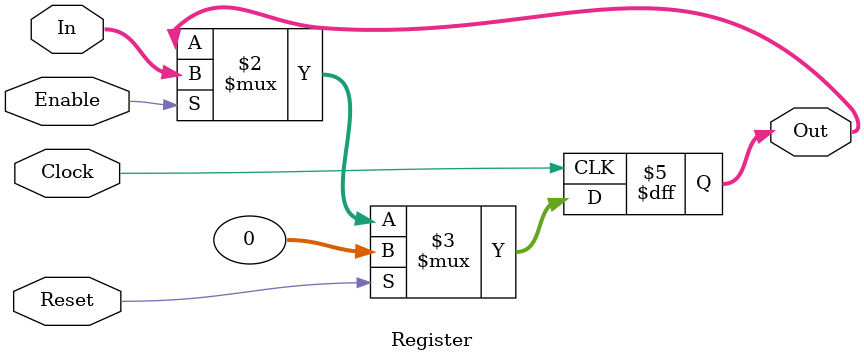
<source format=v>
`timescale 1ns / 1ps

/*
    Um registrador de 32 bits com valor inicial 0
*/

module Register (
    input Clock,
    input Reset,
    input Enable,
    input [31:0] In,
    output reg [31:0] Out
    );

    initial Out = 0;

    always @(posedge Clock) begin
      Out <= (Reset) ? 0 : ((Enable) ? In : Out);
    end
endmodule
</source>
